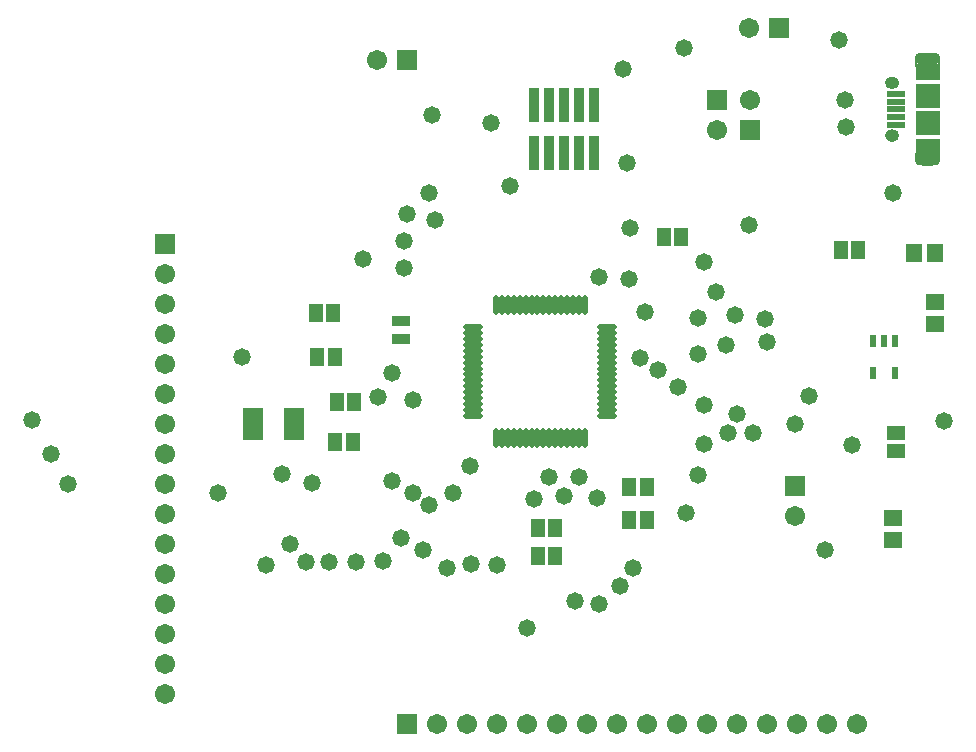
<source format=gts>
G04*
G04 #@! TF.GenerationSoftware,Altium Limited,Altium Designer,20.1.14 (287)*
G04*
G04 Layer_Color=8388736*
%FSLAX44Y44*%
%MOMM*%
G71*
G04*
G04 #@! TF.SameCoordinates,01BF520F-FA88-4C74-87B3-3C0DA752D8B3*
G04*
G04*
G04 #@! TF.FilePolarity,Negative*
G04*
G01*
G75*
%ADD11C,0.2000*%
%ADD18C,0.3000*%
%ADD31R,0.5080X1.0033*%
%ADD33R,1.3032X1.6032*%
%ADD34R,1.7032X2.7032*%
%ADD35R,2.1032X1.3782*%
%ADD36R,2.1032X2.0032*%
%ADD37R,1.5532X0.6032*%
G04:AMPARAMS|DCode=38|XSize=1.6932mm|YSize=0.4832mm|CornerRadius=0.1716mm|HoleSize=0mm|Usage=FLASHONLY|Rotation=270.000|XOffset=0mm|YOffset=0mm|HoleType=Round|Shape=RoundedRectangle|*
%AMROUNDEDRECTD38*
21,1,1.6932,0.1400,0,0,270.0*
21,1,1.3500,0.4832,0,0,270.0*
1,1,0.3432,-0.0700,-0.6750*
1,1,0.3432,-0.0700,0.6750*
1,1,0.3432,0.0700,0.6750*
1,1,0.3432,0.0700,-0.6750*
%
%ADD38ROUNDEDRECTD38*%
G04:AMPARAMS|DCode=39|XSize=1.6932mm|YSize=0.4832mm|CornerRadius=0.1716mm|HoleSize=0mm|Usage=FLASHONLY|Rotation=180.000|XOffset=0mm|YOffset=0mm|HoleType=Round|Shape=RoundedRectangle|*
%AMROUNDEDRECTD39*
21,1,1.6932,0.1400,0,0,180.0*
21,1,1.3500,0.4832,0,0,180.0*
1,1,0.3432,-0.6750,0.0700*
1,1,0.3432,0.6750,0.0700*
1,1,0.3432,0.6750,-0.0700*
1,1,0.3432,-0.6750,-0.0700*
%
%ADD39ROUNDEDRECTD39*%
%ADD40R,1.6032X0.9532*%
%ADD41R,0.8382X2.8956*%
%ADD42R,1.6032X1.4032*%
%ADD43R,1.4032X1.6032*%
%ADD44R,1.6032X1.3032*%
%ADD45R,1.7032X1.7032*%
%ADD46C,1.7032*%
%ADD47R,1.7032X1.7032*%
G04:AMPARAMS|DCode=48|XSize=0.7032mm|YSize=1.3032mm|CornerRadius=0.2266mm|HoleSize=0mm|Usage=FLASHONLY|Rotation=90.000|XOffset=0mm|YOffset=0mm|HoleType=Round|Shape=RoundedRectangle|*
%AMROUNDEDRECTD48*
21,1,0.7032,0.8500,0,0,90.0*
21,1,0.2500,1.3032,0,0,90.0*
1,1,0.4532,0.4250,0.1250*
1,1,0.4532,0.4250,-0.1250*
1,1,0.4532,-0.4250,-0.1250*
1,1,0.4532,-0.4250,0.1250*
%
%ADD48ROUNDEDRECTD48*%
G04:AMPARAMS|DCode=49|XSize=0.9032mm|YSize=1.0032mm|CornerRadius=0.3641mm|HoleSize=0mm|Usage=FLASHONLY|Rotation=90.000|XOffset=0mm|YOffset=0mm|HoleType=Round|Shape=RoundedRectangle|*
%AMROUNDEDRECTD49*
21,1,0.9032,0.2750,0,0,90.0*
21,1,0.1750,1.0032,0,0,90.0*
1,1,0.7282,0.1375,0.0875*
1,1,0.7282,0.1375,-0.0875*
1,1,0.7282,-0.1375,-0.0875*
1,1,0.7282,-0.1375,0.0875*
%
%ADD49ROUNDEDRECTD49*%
%ADD50C,1.4732*%
D11*
X1665660Y1356010D02*
G03*
X1663160Y1358510I-2500J0D01*
G01*
X1649160D02*
G03*
X1646660Y1356010I0J-2500D01*
G01*
X1663160Y1265010D02*
G03*
X1665660Y1267510I0J2500D01*
G01*
X1646660D02*
G03*
X1649160Y1265010I2500J0D01*
G01*
X1620910Y1334010D02*
G03*
X1625160Y1329760I4250J0D01*
G01*
X1627160D02*
G03*
X1631410Y1334010I0J4250D01*
G01*
D02*
G03*
X1627160Y1338260I-4250J0D01*
G01*
X1625160D02*
G03*
X1620910Y1334010I0J-4250D01*
G01*
Y1289510D02*
G03*
X1625160Y1285260I4250J0D01*
G01*
X1627160D02*
G03*
X1631410Y1289510I0J4250D01*
G01*
D02*
G03*
X1627160Y1293760I-4250J0D01*
G01*
X1625160D02*
G03*
X1620910Y1289510I0J-4250D01*
G01*
X1646660Y1348510D02*
X1665660D01*
Y1356010D01*
X1649160Y1358510D02*
X1663160D01*
X1646660Y1348510D02*
Y1356010D01*
Y1275010D02*
X1665660D01*
Y1267510D02*
Y1275010D01*
X1649160Y1265010D02*
X1663160D01*
X1646660Y1267510D02*
Y1275010D01*
X1625160Y1329760D02*
X1627160D01*
X1625160Y1338260D02*
X1627160D01*
X1625160Y1285260D02*
X1627160D01*
X1625160Y1293760D02*
X1627160D01*
D18*
X1652660Y1358010D02*
G03*
X1648160Y1353510I0J-4500D01*
G01*
X1664160D02*
G03*
X1659660Y1358010I-4500J0D01*
G01*
Y1349010D02*
G03*
X1664160Y1353510I0J4500D01*
G01*
X1648160D02*
G03*
X1652660Y1349010I4500J0D01*
G01*
X1648160Y1270010D02*
G03*
X1652660Y1265510I4500J0D01*
G01*
X1659660D02*
G03*
X1664160Y1270010I0J4500D01*
G01*
D02*
G03*
X1659660Y1274510I-4500J0D01*
G01*
X1652660D02*
G03*
X1648160Y1270010I0J-4500D01*
G01*
X1652660Y1358010D02*
X1659660D01*
X1652660Y1349010D02*
X1659660D01*
X1652660Y1265510D02*
X1659660D01*
X1652660Y1274510D02*
X1659660D01*
D31*
X1628750Y1115885D02*
D03*
X1619250D02*
D03*
X1609750D02*
D03*
Y1088835D02*
D03*
X1628750D02*
D03*
D33*
X1170820Y1064260D02*
D03*
X1155820D02*
D03*
X1169550Y1029970D02*
D03*
X1154550D02*
D03*
X1154310Y1102360D02*
D03*
X1139310D02*
D03*
X1153040Y1139190D02*
D03*
X1138040D02*
D03*
X1597540Y1192530D02*
D03*
X1582540D02*
D03*
X1432680Y1203960D02*
D03*
X1447680D02*
D03*
X1403470Y963930D02*
D03*
X1418470D02*
D03*
X1326000Y957580D02*
D03*
X1341000D02*
D03*
X1326000Y933450D02*
D03*
X1341000D02*
D03*
X1403590Y991870D02*
D03*
X1418590D02*
D03*
D34*
X1084860Y1045210D02*
D03*
X1119860D02*
D03*
D35*
X1656160Y1343627D02*
D03*
Y1279893D02*
D03*
D36*
Y1300260D02*
D03*
Y1323260D02*
D03*
D37*
X1629410Y1298760D02*
D03*
Y1305260D02*
D03*
Y1324760D02*
D03*
Y1318260D02*
D03*
Y1311760D02*
D03*
D38*
X1290920Y1146360D02*
D03*
X1295920D02*
D03*
X1300920D02*
D03*
X1305920D02*
D03*
X1310920D02*
D03*
X1315920D02*
D03*
X1320920D02*
D03*
X1325920D02*
D03*
X1330920D02*
D03*
X1335920D02*
D03*
X1340920D02*
D03*
X1345920D02*
D03*
X1350920D02*
D03*
X1355920D02*
D03*
X1360920D02*
D03*
X1365920D02*
D03*
Y1032960D02*
D03*
X1360920D02*
D03*
X1355920D02*
D03*
X1350920D02*
D03*
X1345920D02*
D03*
X1340920D02*
D03*
X1335920D02*
D03*
X1330920D02*
D03*
X1325920D02*
D03*
X1320920D02*
D03*
X1315920D02*
D03*
X1310920D02*
D03*
X1305920D02*
D03*
X1300920D02*
D03*
X1295920D02*
D03*
X1290920D02*
D03*
D39*
X1385120Y1127160D02*
D03*
Y1122160D02*
D03*
Y1117160D02*
D03*
Y1112160D02*
D03*
Y1107160D02*
D03*
Y1102160D02*
D03*
Y1097160D02*
D03*
Y1092160D02*
D03*
Y1087160D02*
D03*
Y1082160D02*
D03*
Y1077160D02*
D03*
Y1072160D02*
D03*
Y1067160D02*
D03*
Y1062160D02*
D03*
Y1057160D02*
D03*
Y1052160D02*
D03*
X1271720D02*
D03*
Y1057160D02*
D03*
Y1062160D02*
D03*
Y1067160D02*
D03*
Y1072160D02*
D03*
Y1077160D02*
D03*
Y1082160D02*
D03*
Y1087160D02*
D03*
Y1092160D02*
D03*
Y1097160D02*
D03*
Y1102160D02*
D03*
Y1107160D02*
D03*
Y1112160D02*
D03*
Y1117160D02*
D03*
Y1122160D02*
D03*
Y1127160D02*
D03*
D40*
X1210310Y1117600D02*
D03*
Y1132200D02*
D03*
D41*
X1323340Y1275080D02*
D03*
Y1315720D02*
D03*
X1336040Y1275080D02*
D03*
Y1315720D02*
D03*
X1348740Y1275080D02*
D03*
Y1315720D02*
D03*
X1361440Y1275080D02*
D03*
Y1315720D02*
D03*
X1374140Y1275080D02*
D03*
Y1315720D02*
D03*
D42*
X1626870Y947310D02*
D03*
Y965310D02*
D03*
X1662430Y1148300D02*
D03*
Y1130300D02*
D03*
D43*
X1644540Y1189990D02*
D03*
X1662540D02*
D03*
D44*
X1629410Y1037470D02*
D03*
Y1022470D02*
D03*
D45*
X1010920Y1197610D02*
D03*
X1506220Y1294130D02*
D03*
X1544320Y993140D02*
D03*
X1478280Y1319530D02*
D03*
D46*
X1010920Y1172210D02*
D03*
Y1146810D02*
D03*
Y1121410D02*
D03*
Y1096010D02*
D03*
Y1070610D02*
D03*
Y1045210D02*
D03*
Y1019810D02*
D03*
Y994410D02*
D03*
Y969010D02*
D03*
Y943610D02*
D03*
Y918210D02*
D03*
Y892810D02*
D03*
Y867410D02*
D03*
Y842010D02*
D03*
Y816610D02*
D03*
X1189990Y1353820D02*
D03*
X1504950Y1380490D02*
D03*
X1240790Y791210D02*
D03*
X1266190D02*
D03*
X1291590D02*
D03*
X1316990D02*
D03*
X1342390D02*
D03*
X1367790D02*
D03*
X1393190D02*
D03*
X1418590D02*
D03*
X1443990D02*
D03*
X1469390D02*
D03*
X1494790D02*
D03*
X1520190D02*
D03*
X1545590D02*
D03*
X1570990D02*
D03*
X1596390D02*
D03*
X1506220Y1319530D02*
D03*
X1544320Y967740D02*
D03*
X1478280Y1294130D02*
D03*
D47*
X1215390Y1353820D02*
D03*
X1530350Y1380490D02*
D03*
X1215390Y791210D02*
D03*
D48*
X1656160Y1353510D02*
D03*
Y1270010D02*
D03*
D49*
X1626160Y1334010D02*
D03*
Y1289510D02*
D03*
D50*
X1055370Y986790D02*
D03*
X1116330Y943610D02*
D03*
X1096010Y925830D02*
D03*
X1130300Y928370D02*
D03*
X1109980Y1003300D02*
D03*
X1135380Y995680D02*
D03*
X1149350Y928370D02*
D03*
X1172210D02*
D03*
X1195070Y929640D02*
D03*
X928343Y994437D02*
D03*
X914400Y1019810D02*
D03*
X897890Y1049020D02*
D03*
X1202690Y1088390D02*
D03*
X1191260Y1068070D02*
D03*
X1220470Y1065530D02*
D03*
X1202690Y996950D02*
D03*
X1220470Y986790D02*
D03*
X1234440Y976630D02*
D03*
X1316990Y872490D02*
D03*
X1268730Y1009650D02*
D03*
X1075690Y1102360D02*
D03*
X1323340Y981710D02*
D03*
X1493520Y1137920D02*
D03*
X1450340Y1363980D02*
D03*
X1403350Y1168400D02*
D03*
X1377950Y1169670D02*
D03*
X1234440Y1240790D02*
D03*
X1215390Y1223010D02*
D03*
X1212850Y1200150D02*
D03*
Y1177290D02*
D03*
X1178560Y1184910D02*
D03*
X1518920Y1134110D02*
D03*
X1555750Y1069340D02*
D03*
X1485900Y1112520D02*
D03*
X1461770Y1135380D02*
D03*
X1544320Y1045210D02*
D03*
X1466850Y1061720D02*
D03*
X1520190Y1115060D02*
D03*
X1461770Y1104900D02*
D03*
X1445260Y1076960D02*
D03*
X1427628Y1091078D02*
D03*
X1412379Y1101229D02*
D03*
X1494790Y1054100D02*
D03*
X1357630Y895350D02*
D03*
X1377950Y892810D02*
D03*
X1395730Y908050D02*
D03*
X1407160Y923290D02*
D03*
X1336040Y1000760D02*
D03*
X1376680Y982980D02*
D03*
X1361440Y1000760D02*
D03*
X1348740Y984250D02*
D03*
X1508760Y1037590D02*
D03*
X1592580Y1027430D02*
D03*
X1581150Y1370330D02*
D03*
X1402080Y1266190D02*
D03*
X1286510Y1300480D02*
D03*
X1210310Y948690D02*
D03*
X1626870Y1240790D02*
D03*
X1569720Y938530D02*
D03*
X1417320Y1140460D02*
D03*
X1504950Y1214120D02*
D03*
X1236980Y1306830D02*
D03*
X1239520Y1217930D02*
D03*
X1451610Y970280D02*
D03*
X1461770Y1002030D02*
D03*
X1466850Y1028700D02*
D03*
X1487170Y1037590D02*
D03*
X1291590Y925830D02*
D03*
X1270000Y927100D02*
D03*
X1249680Y923290D02*
D03*
X1229360Y938530D02*
D03*
X1254760Y986790D02*
D03*
X1303020Y1247140D02*
D03*
X1398270Y1346200D02*
D03*
X1477010Y1156970D02*
D03*
X1670050Y1047750D02*
D03*
X1587500Y1296670D02*
D03*
X1586230Y1319530D02*
D03*
X1404620Y1211580D02*
D03*
X1466850Y1182370D02*
D03*
M02*

</source>
